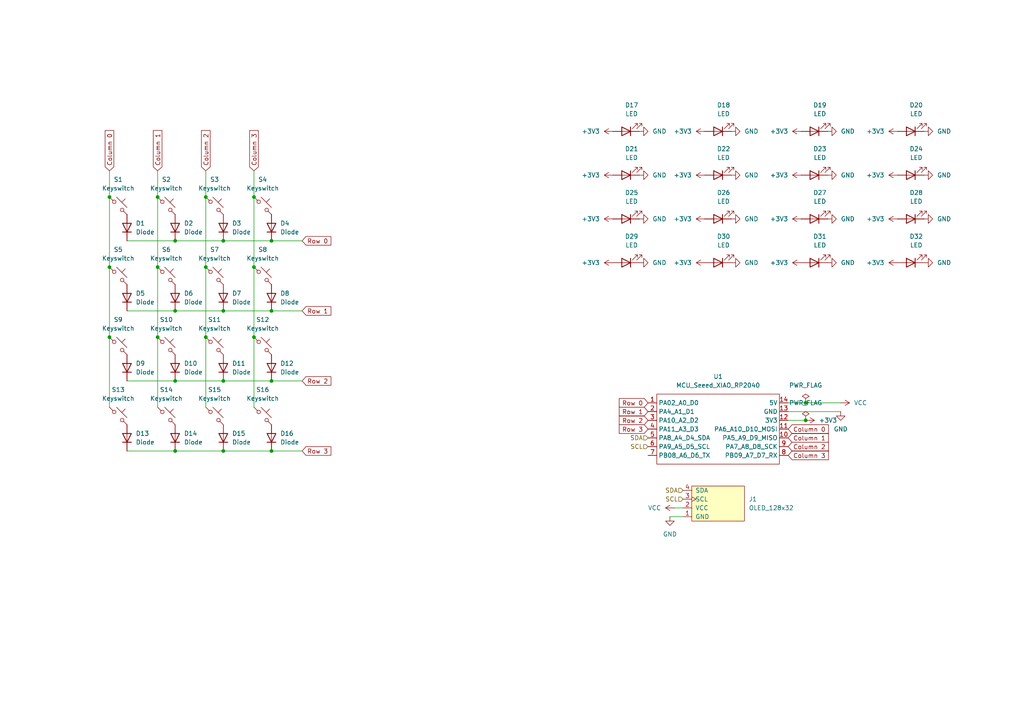
<source format=kicad_sch>
(kicad_sch (version 20231120) (generator "eeschema") (generator_version "8.0")
  (paper "A4")
  (lib_symbols
    (symbol "Device:LED" (pin_numbers hide) (pin_names (offset 1.016) hide)
      (property "Reference" "D" (at 0 2.54 0))
      (property "Value" "LED" (at 0 -2.54 0))
      (symbol "LED_0_1"
        (polyline (pts (xy -1.27 -1.27) (xy -1.27 1.27)) (stroke (width 0.254)))
        (polyline (pts (xy -1.27 0) (xy 1.27 0)))
        (polyline (pts (xy 1.27 -1.27) (xy 1.27 1.27) (xy -1.27 0) (xy 1.27 -1.27)) (stroke (width 0.254)))
        (polyline (pts (xy -3.048 -0.762) (xy -4.572 -2.286) (xy -3.81 -2.286) (xy -4.572 -2.286) (xy -4.572 -1.524)))
        (polyline (pts (xy -1.778 -0.762) (xy -3.302 -2.286) (xy -2.54 -2.286) (xy -3.302 -2.286) (xy -3.302 -1.524)))
      )
      (symbol "LED_1_1"
        (pin passive line (at -3.81 0 0) (length 2.54) (name "K") (number "1"))
        (pin passive line (at 3.81 0 180) (length 2.54) (name "A") (number "2"))
      )
    )
    (symbol "ScottoKeebs:MCU_Seeed_XIAO_RP2040"
      (property "Reference" "U" (at -16.51 11.43 0))
      (property "Value" "MCU_Seeed_XIAO_RP2040" (at -3.81 -11.43 0))
      (symbol "MCU_Seeed_XIAO_RP2040_0_1"
        (rectangle (start -16.51 10.16) (end 19.05 -10.16))
      )
      (symbol "MCU_Seeed_XIAO_RP2040_1_1"
        (pin passive line (at -19.05 7.62 0) (length 2.54) (name "PA02_A0_D0") (number "1"))
        (pin passive line (at 21.59 -2.54 180) (length 2.54) (name "PA5_A9_D9_MISO") (number "10"))
        (pin passive line (at 21.59 0 180) (length 2.54) (name "PA6_A10_D10_MOSI") (number "11"))
        (pin passive line (at 21.59 2.54 180) (length 2.54) (name "3V3") (number "12"))
        (pin passive line (at 21.59 5.08 180) (length 2.54) (name "GND") (number "13"))
        (pin passive line (at 21.59 7.62 180) (length 2.54) (name "5V") (number "14"))
        (pin passive line (at -19.05 5.08 0) (length 2.54) (name "PA4_A1_D1") (number "2"))
        (pin passive line (at -19.05 2.54 0) (length 2.54) (name "PA10_A2_D2") (number "3"))
        (pin passive line (at -19.05 0 0) (length 2.54) (name "PA11_A3_D3") (number "4"))
        (pin passive line (at -19.05 -2.54 0) (length 2.54) (name "PA8_A4_D4_SDA") (number "5"))
        (pin passive line (at -19.05 -5.08 0) (length 2.54) (name "PA9_A5_D5_SCL") (number "6"))
        (pin passive line (at -19.05 -7.62 0) (length 2.54) (name "PB08_A6_D6_TX") (number "7"))
        (pin passive line (at 21.59 -7.62 180) (length 2.54) (name "PB09_A7_D7_RX") (number "8"))
        (pin passive line (at 21.59 -5.08 180) (length 2.54) (name "PA7_A8_D8_SCK") (number "9"))
      )
    )
    (symbol "ScottoKeebs:OLED_128x32" (pin_names (offset 1.016))
      (property "Reference" "J" (at 0 -6.35 0))
      (property "Value" "OLED_128x32" (at 0 6.35 0))
      (symbol "OLED_128x32_0_1"
        (rectangle (start 0 5.08) (end 15.24 -5.08) (fill (type background)))
      )
      (symbol "OLED_128x32_1_1"
        (pin power_in line (at -2.54 -3.81 0) (length 2.54) (name "GND") (number "1"))
        (pin power_in line (at -2.54 -1.27 0) (length 2.54) (name "VCC") (number "2"))
        (pin input clock (at -2.54 1.27 0) (length 2.54) (name "SCL") (number "3"))
        (pin bidirectional line (at -2.54 3.81 0) (length 2.54) (name "SDA") (number "4"))
      )
    )
    (symbol "ScottoKeebs:Placeholder_Diode" (pin_numbers hide) (pin_names hide)
      (property "Reference" "D" (at 0 2.54 0))
      (property "Value" "Diode" (at 0 -2.54 0))
      (symbol "Placeholder_Diode_0_1"
        (polyline (pts (xy -1.27 1.27) (xy -1.27 -1.27)) (stroke (width 0.254)))
        (polyline (pts (xy 1.27 0) (xy -1.27 0)))
        (polyline (pts (xy 1.27 1.27) (xy 1.27 -1.27) (xy -1.27 0) (xy 1.27 1.27)) (stroke (width 0.254)))
      )
      (symbol "Placeholder_Diode_1_1"
        (pin passive line (at -3.81 0 0) (length 2.54) (name "K") (number "1"))
        (pin passive line (at 3.81 0 180) (length 2.54) (name "A") (number "2"))
      )
    )
    (symbol "ScottoKeebs:Placeholder_Keyswitch" (pin_numbers hide) (pin_names (offset 1.016) hide)
      (property "Reference" "S" (at 3.048 1.016 0))
      (property "Value" "Keyswitch" (at 0 -3.81 0))
      (symbol "Placeholder_Keyswitch_0_1"
        (circle (center -1.1684 1.1684) (radius 0.508))
        (polyline (pts (xy -0.508 2.54) (xy 2.54 -0.508)))
        (polyline (pts (xy 1.016 1.016) (xy 2.032 2.032)))
        (polyline (pts (xy -2.54 2.54) (xy -1.524 1.524) (xy -1.524 1.524)))
        (polyline (pts (xy 1.524 -1.524) (xy 2.54 -2.54) (xy 2.54 -2.54) (xy 2.54 -2.54)))
        (circle (center 1.143 -1.1938) (radius 0.508))
        (pin passive line (at -2.54 2.54 0) (length 0) (name "1") (number "1"))
        (pin passive line (at 2.54 -2.54 180) (length 0) (name "2") (number "2"))
      )
    )
    (symbol "power:+3V3" (power) (pin_numbers hide) (pin_names (offset 0) hide)
      (property "Value" "+3V3" (at 0 3.556 0))
      (symbol "+3V3_0_1"
        (polyline (pts (xy -0.762 1.27) (xy 0 2.54)))
        (polyline (pts (xy 0 0) (xy 0 2.54)))
        (polyline (pts (xy 0 2.54) (xy 0.762 1.27)))
      )
      (symbol "+3V3_1_1"
        (pin power_in line (at 0 0 90) (length 0) (name "~") (number "1"))
      )
    )
    (symbol "power:GND" (power) (pin_numbers hide) (pin_names (offset 0) hide)
      (property "Value" "GND" (at 0 -3.81 0))
      (symbol "GND_0_1"
        (polyline (pts (xy 0 0) (xy 0 -1.27) (xy 1.27 -1.27) (xy 0 -2.54) (xy -1.27 -1.27) (xy 0 -1.27)))
      )
      (symbol "GND_1_1"
        (pin power_in line (at 0 0 270) (length 0) (name "~") (number "1"))
      )
    )
    (symbol "power:PWR_FLAG" (power) (pin_numbers hide) (pin_names (offset 0) hide)
      (property "Value" "PWR_FLAG" (at 0 3.81 0))
      (symbol "PWR_FLAG_0_0"
        (pin power_out line (at 0 0 90) (length 0) (name "~") (number "1"))
      )
      (symbol "PWR_FLAG_0_1"
        (polyline (pts (xy 0 0) (xy 0 1.27) (xy -1.016 1.905) (xy 0 2.54) (xy 1.016 1.905) (xy 0 1.27)))
      )
    )
    (symbol "power:VCC" (power) (pin_numbers hide) (pin_names (offset 0) hide)
      (property "Value" "VCC" (at 0 3.556 0))
      (symbol "VCC_0_1"
        (polyline (pts (xy -0.762 1.27) (xy 0 2.54)))
        (polyline (pts (xy 0 0) (xy 0 2.54)))
        (polyline (pts (xy 0 2.54) (xy 0.762 1.27)))
      )
      (symbol "VCC_1_1"
        (pin power_in line (at 0 0 90) (length 0) (name "~") (number "1"))
      )
    )
  )
  (junction (at 73.66 77.47))
  (junction (at 59.69 57.15))
  (junction (at 64.77 130.81))
  (junction (at 50.8 110.49))
  (junction (at 31.75 97.79))
  (junction (at 73.66 57.15))
  (junction (at 50.8 90.17))
  (junction (at 233.68 116.84))
  (junction (at 64.77 110.49))
  (junction (at 233.68 121.92))
  (junction (at 31.75 77.47))
  (junction (at 45.72 97.79))
  (junction (at 59.69 97.79))
  (junction (at 64.77 90.17))
  (junction (at 31.75 57.15))
  (junction (at 78.74 69.85))
  (junction (at 50.8 130.81))
  (junction (at 78.74 90.17))
  (junction (at 45.72 57.15))
  (junction (at 73.66 97.79))
  (junction (at 78.74 110.49))
  (junction (at 64.77 69.85))
  (junction (at 59.69 77.47))
  (junction (at 78.74 130.81))
  (junction (at 45.72 77.47))
  (junction (at 50.8 69.85))
  (wire (pts (xy 233.68 121.92) (xy 228.6 121.92)))
  (wire (pts (xy 64.77 69.85) (xy 78.74 69.85)))
  (wire (pts (xy 73.66 97.79) (xy 73.66 118.11)))
  (wire (pts (xy 50.8 69.85) (xy 64.77 69.85)))
  (wire (pts (xy 59.69 77.47) (xy 59.69 97.79)))
  (wire (pts (xy 31.75 49.53) (xy 31.75 57.15)))
  (wire (pts (xy 195.58 147.32) (xy 198.12 147.32)))
  (wire (pts (xy 45.72 49.53) (xy 45.72 57.15)))
  (wire (pts (xy 64.77 90.17) (xy 78.74 90.17)))
  (wire (pts (xy 243.84 119.38) (xy 228.6 119.38)))
  (wire (pts (xy 45.72 97.79) (xy 45.72 118.11)))
  (wire (pts (xy 243.84 116.84) (xy 233.68 116.84)))
  (wire (pts (xy 36.83 90.17) (xy 50.8 90.17)))
  (wire (pts (xy 45.72 77.47) (xy 45.72 97.79)))
  (wire (pts (xy 194.31 149.86) (xy 198.12 149.86)))
  (wire (pts (xy 45.72 57.15) (xy 45.72 77.47)))
  (wire (pts (xy 50.8 130.81) (xy 64.77 130.81)))
  (wire (pts (xy 59.69 97.79) (xy 59.69 118.11)))
  (wire (pts (xy 36.83 110.49) (xy 50.8 110.49)))
  (wire (pts (xy 64.77 130.81) (xy 78.74 130.81)))
  (wire (pts (xy 73.66 57.15) (xy 73.66 77.47)))
  (wire (pts (xy 50.8 90.17) (xy 64.77 90.17)))
  (wire (pts (xy 36.83 69.85) (xy 50.8 69.85)))
  (wire (pts (xy 50.8 110.49) (xy 64.77 110.49)))
  (wire (pts (xy 64.77 110.49) (xy 78.74 110.49)))
  (wire (pts (xy 59.69 57.15) (xy 59.69 77.47)))
  (wire (pts (xy 31.75 57.15) (xy 31.75 77.47)))
  (wire (pts (xy 31.75 97.79) (xy 31.75 118.11)))
  (wire (pts (xy 87.63 90.17) (xy 78.74 90.17)))
  (wire (pts (xy 31.75 77.47) (xy 31.75 97.79)))
  (wire (pts (xy 233.68 116.84) (xy 228.6 116.84)))
  (wire (pts (xy 73.66 77.47) (xy 73.66 97.79)))
  (wire (pts (xy 59.69 49.53) (xy 59.69 57.15)))
  (wire (pts (xy 78.74 110.49) (xy 87.63 110.49)))
  (wire (pts (xy 36.83 130.81) (xy 50.8 130.81)))
  (wire (pts (xy 73.66 49.53) (xy 73.66 57.15)))
  (wire (pts (xy 78.74 69.85) (xy 87.63 69.85)))
  (wire (pts (xy 87.63 130.81) (xy 78.74 130.81)))
  (global_label "Column 0" (shape input) (at 228.6 124.46 0) (property "Intersheetrefs" "${INTERSHEET_REFS}" (effects (hide yes))))
  (global_label "Row 0" (shape input) (at 187.96 116.84 180) (property "Intersheetrefs" "${INTERSHEET_REFS}" (effects (hide yes))))
  (global_label "Column 3" (shape input) (at 73.66 49.53 90) (property "Intersheetrefs" "${INTERSHEET_REFS}" (effects (hide yes))))
  (global_label "Row 2" (shape input) (at 187.96 121.92 180) (property "Intersheetrefs" "${INTERSHEET_REFS}" (effects (hide yes))))
  (global_label "Column 0" (shape input) (at 31.75 49.53 90) (property "Intersheetrefs" "${INTERSHEET_REFS}" (effects (hide yes))))
  (global_label "Column 1" (shape input) (at 45.72 49.53 90) (property "Intersheetrefs" "${INTERSHEET_REFS}" (effects (hide yes))))
  (global_label "Column 2" (shape input) (at 59.69 49.53 90) (property "Intersheetrefs" "${INTERSHEET_REFS}" (effects (hide yes))))
  (global_label "Row 0" (shape input) (at 87.63 69.85 0) (property "Intersheetrefs" "${INTERSHEET_REFS}" (effects (hide yes))))
  (global_label "Row 2" (shape input) (at 87.63 110.49 0) (property "Intersheetrefs" "${INTERSHEET_REFS}" (effects (hide yes))))
  (global_label "Column 2" (shape input) (at 228.6 129.54 0) (property "Intersheetrefs" "${INTERSHEET_REFS}" (effects (hide yes))))
  (global_label "Row 3" (shape input) (at 87.63 130.81 0) (property "Intersheetrefs" "${INTERSHEET_REFS}" (effects (hide yes))))
  (global_label "Column 1" (shape input) (at 228.6 127 0) (property "Intersheetrefs" "${INTERSHEET_REFS}" (effects (hide yes))))
  (global_label "Row 3" (shape input) (at 187.96 124.46 180) (property "Intersheetrefs" "${INTERSHEET_REFS}" (effects (hide yes))))
  (global_label "Row 1" (shape input) (at 187.96 119.38 180) (property "Intersheetrefs" "${INTERSHEET_REFS}" (effects (hide yes))))
  (global_label "Row 1" (shape input) (at 87.63 90.17 0) (property "Intersheetrefs" "${INTERSHEET_REFS}" (effects (hide yes))))
  (global_label "Column 3" (shape input) (at 228.6 132.08 0) (property "Intersheetrefs" "${INTERSHEET_REFS}" (effects (hide yes))))
  (hierarchical_label "SCL" (shape input) (at 198.12 144.78 180))
  (hierarchical_label "SDA" (shape input) (at 187.96 127 180))
  (hierarchical_label "SCL" (shape input) (at 187.96 129.54 180))
  (hierarchical_label "SDA" (shape input) (at 198.12 142.24 180))
  (symbol (lib_id "power:GND") (at 212.09 76.2 90) (unit 1)
    (property "Reference" "#PWR033" (effects (hide yes)))
    (property "Value" "GND" (at 215.9 76.1999 90) (effects (justify right)))
    (property "Description" "Power symbol creates a global label with name \"GND\" , ground" (effects (hide yes)))
  )
  (symbol (lib_id "ScottoKeebs:Placeholder_Diode") (at 50.8 106.68 90) (unit 1)
    (property "Reference" "D10" (at 53.34 105.4099 90) (effects (justify right)))
    (property "Value" "Diode" (at 53.34 107.9499 90) (effects (justify right)))
    (property "Footprint" "ScottoKeebs_Components:Diode_DO-35" (effects (hide yes)))
    (property "Description" "1N4148 (DO-35) or 1N4148W (SOD-123)" (effects (hide yes)))
    (property "Sim.Device" "D" (effects (hide yes)))
    (property "Sim.Pins" "1=K 2=A" (effects (hide yes)))
  )
  (symbol (lib_id "ScottoKeebs:Placeholder_Keyswitch") (at 62.23 100.33 0) (unit 1)
    (property "Reference" "S11" (at 62.23 92.71 0))
    (property "Value" "Keyswitch" (at 62.23 95.25 0))
    (property "Footprint" "ScottoKeebs_MX:MX_Plate_1.00u" (effects (hide yes)))
    (property "Description" "Push button switch, normally open, two pins, 45° tilted" (effects (hide yes)))
  )
  (symbol (lib_id "ScottoKeebs:Placeholder_Diode") (at 36.83 127 90) (unit 1)
    (property "Reference" "D13" (at 39.37 125.7299 90) (effects (justify right)))
    (property "Value" "Diode" (at 39.37 128.2699 90) (effects (justify right)))
    (property "Footprint" "ScottoKeebs_Components:Diode_DO-35" (effects (hide yes)))
    (property "Description" "1N4148 (DO-35) or 1N4148W (SOD-123)" (effects (hide yes)))
    (property "Sim.Device" "D" (effects (hide yes)))
    (property "Sim.Pins" "1=K 2=A" (effects (hide yes)))
  )
  (symbol (lib_id "power:+3V3") (at 232.41 38.1 90) (unit 1)
    (property "Reference" "#PWR010" (effects (hide yes)))
    (property "Value" "+3V3" (at 228.6 38.0999 90) (effects (justify left)))
    (property "Description" "Power symbol creates a global label with name \"+3V3\"" (effects (hide yes)))
  )
  (symbol (lib_id "ScottoKeebs:Placeholder_Diode") (at 78.74 106.68 90) (unit 1)
    (property "Reference" "D12" (at 81.28 105.4099 90) (effects (justify right)))
    (property "Value" "Diode" (at 81.28 107.9499 90) (effects (justify right)))
    (property "Footprint" "ScottoKeebs_Components:Diode_DO-35" (effects (hide yes)))
    (property "Description" "1N4148 (DO-35) or 1N4148W (SOD-123)" (effects (hide yes)))
    (property "Sim.Device" "D" (effects (hide yes)))
    (property "Sim.Pins" "1=K 2=A" (effects (hide yes)))
  )
  (symbol (lib_id "power:+3V3") (at 233.68 121.92 270) (unit 1)
    (property "Reference" "#PWR05" (effects (hide yes)))
    (property "Value" "+3V3" (at 237.49 121.9199 90) (effects (justify left)))
    (property "Description" "Power symbol creates a global label with name \"+3V3\"" (effects (hide yes)))
  )
  (symbol (lib_id "ScottoKeebs:Placeholder_Keyswitch") (at 48.26 80.01 0) (unit 1)
    (property "Reference" "S6" (at 48.26 72.39 0))
    (property "Value" "Keyswitch" (at 48.26 74.93 0))
    (property "Footprint" "ScottoKeebs_MX:MX_Plate_1.00u" (effects (hide yes)))
    (property "Description" "Push button switch, normally open, two pins, 45° tilted" (effects (hide yes)))
  )
  (symbol (lib_id "Device:LED") (at 181.61 50.8 180) (unit 1)
    (property "Reference" "D21" (at 183.1975 43.18 0))
    (property "Value" "LED" (at 183.1975 45.72 0))
    (property "Footprint" "PCM_marbastlib-mx:LED_MX_3mm-ROT" (effects (hide yes)))
    (property "Description" "Light emitting diode" (effects (hide yes)))
  )
  (symbol (lib_id "power:GND") (at 185.42 38.1 90) (unit 1)
    (property "Reference" "#PWR07" (effects (hide yes)))
    (property "Value" "GND" (at 189.23 38.0999 90) (effects (justify right)))
    (property "Description" "Power symbol creates a global label with name \"GND\" , ground" (effects (hide yes)))
  )
  (symbol (lib_id "power:+3V3") (at 177.8 38.1 90) (unit 1)
    (property "Reference" "#PWR06" (effects (hide yes)))
    (property "Value" "+3V3" (at 173.99 38.0999 90) (effects (justify left)))
    (property "Description" "Power symbol creates a global label with name \"+3V3\"" (effects (hide yes)))
  )
  (symbol (lib_id "ScottoKeebs:Placeholder_Keyswitch") (at 62.23 120.65 0) (unit 1)
    (property "Reference" "S15" (at 62.23 113.03 0))
    (property "Value" "Keyswitch" (at 62.23 115.57 0))
    (property "Footprint" "ScottoKeebs_MX:MX_Plate_1.00u" (effects (hide yes)))
    (property "Description" "Push button switch, normally open, two pins, 45° tilted" (effects (hide yes)))
  )
  (symbol (lib_id "ScottoKeebs:Placeholder_Diode") (at 64.77 86.36 90) (unit 1)
    (property "Reference" "D7" (at 67.31 85.0899 90) (effects (justify right)))
    (property "Value" "Diode" (at 67.31 87.6299 90) (effects (justify right)))
    (property "Footprint" "ScottoKeebs_Components:Diode_DO-35" (effects (hide yes)))
    (property "Description" "1N4148 (DO-35) or 1N4148W (SOD-123)" (effects (hide yes)))
    (property "Sim.Device" "D" (effects (hide yes)))
    (property "Sim.Pins" "1=K 2=A" (effects (hide yes)))
  )
  (symbol (lib_id "power:VCC") (at 243.84 116.84 270) (unit 1)
    (property "Reference" "#PWR02" (effects (hide yes)))
    (property "Value" "VCC" (at 247.65 116.8399 90) (effects (justify left)))
    (property "Description" "Power symbol creates a global label with name \"VCC\"" (effects (hide yes)))
  )
  (symbol (lib_id "Device:LED") (at 264.16 63.5 180) (unit 1)
    (property "Reference" "D28" (at 265.7475 55.88 0))
    (property "Value" "LED" (at 265.7475 58.42 0))
    (property "Footprint" "PCM_marbastlib-mx:LED_MX_3mm-ROT" (effects (hide yes)))
    (property "Description" "Light emitting diode" (effects (hide yes)))
  )
  (symbol (lib_id "Device:LED") (at 236.22 38.1 180) (unit 1)
    (property "Reference" "D19" (at 237.8075 30.48 0))
    (property "Value" "LED" (at 237.8075 33.02 0))
    (property "Footprint" "PCM_marbastlib-mx:LED_MX_3mm-ROT" (effects (hide yes)))
    (property "Description" "Light emitting diode" (effects (hide yes)))
  )
  (symbol (lib_id "ScottoKeebs:Placeholder_Keyswitch") (at 48.26 120.65 0) (unit 1)
    (property "Reference" "S14" (at 48.26 113.03 0))
    (property "Value" "Keyswitch" (at 48.26 115.57 0))
    (property "Footprint" "ScottoKeebs_MX:MX_Plate_1.00u" (effects (hide yes)))
    (property "Description" "Push button switch, normally open, two pins, 45° tilted" (effects (hide yes)))
  )
  (symbol (lib_id "ScottoKeebs:Placeholder_Keyswitch") (at 62.23 80.01 0) (unit 1)
    (property "Reference" "S7" (at 62.23 72.39 0))
    (property "Value" "Keyswitch" (at 62.23 74.93 0))
    (property "Footprint" "ScottoKeebs_MX:MX_Plate_1.00u" (effects (hide yes)))
    (property "Description" "Push button switch, normally open, two pins, 45° tilted" (effects (hide yes)))
  )
  (symbol (lib_id "power:GND") (at 267.97 38.1 90) (unit 1)
    (property "Reference" "#PWR013" (effects (hide yes)))
    (property "Value" "GND" (at 271.78 38.0999 90) (effects (justify right)))
    (property "Description" "Power symbol creates a global label with name \"GND\" , ground" (effects (hide yes)))
  )
  (symbol (lib_id "power:GND") (at 240.03 38.1 90) (unit 1)
    (property "Reference" "#PWR011" (effects (hide yes)))
    (property "Value" "GND" (at 243.84 38.0999 90) (effects (justify right)))
    (property "Description" "Power symbol creates a global label with name \"GND\" , ground" (effects (hide yes)))
  )
  (symbol (lib_id "ScottoKeebs:Placeholder_Diode") (at 50.8 66.04 90) (unit 1)
    (property "Reference" "D2" (at 53.34 64.7699 90) (effects (justify right)))
    (property "Value" "Diode" (at 53.34 67.3099 90) (effects (justify right)))
    (property "Footprint" "ScottoKeebs_Components:Diode_DO-35" (effects (hide yes)))
    (property "Description" "1N4148 (DO-35) or 1N4148W (SOD-123)" (effects (hide yes)))
    (property "Sim.Device" "D" (effects (hide yes)))
    (property "Sim.Pins" "1=K 2=A" (effects (hide yes)))
  )
  (symbol (lib_id "ScottoKeebs:Placeholder_Keyswitch") (at 34.29 80.01 0) (unit 1)
    (property "Reference" "S5" (at 34.29 72.39 0))
    (property "Value" "Keyswitch" (at 34.29 74.93 0))
    (property "Footprint" "ScottoKeebs_MX:MX_Plate_1.00u" (effects (hide yes)))
    (property "Description" "Push button switch, normally open, two pins, 45° tilted" (effects (hide yes)))
  )
  (symbol (lib_id "ScottoKeebs:Placeholder_Keyswitch") (at 76.2 120.65 0) (unit 1)
    (property "Reference" "S16" (at 76.2 113.03 0))
    (property "Value" "Keyswitch" (at 76.2 115.57 0))
    (property "Footprint" "ScottoKeebs_MX:MX_Plate_1.00u" (effects (hide yes)))
    (property "Description" "Push button switch, normally open, two pins, 45° tilted" (effects (hide yes)))
  )
  (symbol (lib_id "Device:LED") (at 264.16 38.1 180) (unit 1)
    (property "Reference" "D20" (at 265.7475 30.48 0))
    (property "Value" "LED" (at 265.7475 33.02 0))
    (property "Footprint" "PCM_marbastlib-mx:LED_MX_3mm-ROT" (effects (hide yes)))
    (property "Description" "Light emitting diode" (effects (hide yes)))
  )
  (symbol (lib_id "power:+3V3") (at 204.47 50.8 90) (unit 1)
    (property "Reference" "#PWR016" (effects (hide yes)))
    (property "Value" "+3V3" (at 200.66 50.7999 90) (effects (justify left)))
    (property "Description" "Power symbol creates a global label with name \"+3V3\"" (effects (hide yes)))
  )
  (symbol (lib_id "power:GND") (at 240.03 63.5 90) (unit 1)
    (property "Reference" "#PWR027" (effects (hide yes)))
    (property "Value" "GND" (at 243.84 63.4999 90) (effects (justify right)))
    (property "Description" "Power symbol creates a global label with name \"GND\" , ground" (effects (hide yes)))
  )
  (symbol (lib_id "power:GND") (at 212.09 63.5 90) (unit 1)
    (property "Reference" "#PWR025" (effects (hide yes)))
    (property "Value" "GND" (at 215.9 63.4999 90) (effects (justify right)))
    (property "Description" "Power symbol creates a global label with name \"GND\" , ground" (effects (hide yes)))
  )
  (symbol (lib_id "ScottoKeebs:Placeholder_Diode") (at 36.83 66.04 90) (unit 1)
    (property "Reference" "D1" (at 39.37 64.7699 90) (effects (justify right)))
    (property "Value" "Diode" (at 39.37 67.3099 90) (effects (justify right)))
    (property "Footprint" "ScottoKeebs_Components:Diode_DO-35" (effects (hide yes)))
    (property "Description" "1N4148 (DO-35) or 1N4148W (SOD-123)" (effects (hide yes)))
    (property "Sim.Device" "D" (effects (hide yes)))
    (property "Sim.Pins" "1=K 2=A" (effects (hide yes)))
  )
  (symbol (lib_id "Device:LED") (at 208.28 76.2 180) (unit 1)
    (property "Reference" "D30" (at 209.8675 68.58 0))
    (property "Value" "LED" (at 209.8675 71.12 0))
    (property "Footprint" "PCM_marbastlib-mx:LED_MX_3mm-ROT" (effects (hide yes)))
    (property "Description" "Light emitting diode" (effects (hide yes)))
  )
  (symbol (lib_id "ScottoKeebs:Placeholder_Diode") (at 50.8 86.36 90) (unit 1)
    (property "Reference" "D6" (at 53.34 85.0899 90) (effects (justify right)))
    (property "Value" "Diode" (at 53.34 87.6299 90) (effects (justify right)))
    (property "Footprint" "ScottoKeebs_Components:Diode_DO-35" (effects (hide yes)))
    (property "Description" "1N4148 (DO-35) or 1N4148W (SOD-123)" (effects (hide yes)))
    (property "Sim.Device" "D" (effects (hide yes)))
    (property "Sim.Pins" "1=K 2=A" (effects (hide yes)))
  )
  (symbol (lib_id "power:GND") (at 185.42 63.5 90) (unit 1)
    (property "Reference" "#PWR023" (effects (hide yes)))
    (property "Value" "GND" (at 189.23 63.4999 90) (effects (justify right)))
    (property "Description" "Power symbol creates a global label with name \"GND\" , ground" (effects (hide yes)))
  )
  (symbol (lib_id "ScottoKeebs:Placeholder_Diode") (at 64.77 106.68 90) (unit 1)
    (property "Reference" "D11" (at 67.31 105.4099 90) (effects (justify right)))
    (property "Value" "Diode" (at 67.31 107.9499 90) (effects (justify right)))
    (property "Footprint" "ScottoKeebs_Components:Diode_DO-35" (effects (hide yes)))
    (property "Description" "1N4148 (DO-35) or 1N4148W (SOD-123)" (effects (hide yes)))
    (property "Sim.Device" "D" (effects (hide yes)))
    (property "Sim.Pins" "1=K 2=A" (effects (hide yes)))
  )
  (symbol (lib_id "power:+3V3") (at 232.41 50.8 90) (unit 1)
    (property "Reference" "#PWR018" (effects (hide yes)))
    (property "Value" "+3V3" (at 228.6 50.7999 90) (effects (justify left)))
    (property "Description" "Power symbol creates a global label with name \"+3V3\"" (effects (hide yes)))
  )
  (symbol (lib_id "power:+3V3") (at 177.8 50.8 90) (unit 1)
    (property "Reference" "#PWR014" (effects (hide yes)))
    (property "Value" "+3V3" (at 173.99 50.7999 90) (effects (justify left)))
    (property "Description" "Power symbol creates a global label with name \"+3V3\"" (effects (hide yes)))
  )
  (symbol (lib_id "power:GND") (at 267.97 76.2 90) (unit 1)
    (property "Reference" "#PWR037" (effects (hide yes)))
    (property "Value" "GND" (at 271.78 76.1999 90) (effects (justify right)))
    (property "Description" "Power symbol creates a global label with name \"GND\" , ground" (effects (hide yes)))
  )
  (symbol (lib_id "power:GND") (at 240.03 50.8 90) (unit 1)
    (property "Reference" "#PWR019" (effects (hide yes)))
    (property "Value" "GND" (at 243.84 50.7999 90) (effects (justify right)))
    (property "Description" "Power symbol creates a global label with name \"GND\" , ground" (effects (hide yes)))
  )
  (symbol (lib_id "ScottoKeebs:Placeholder_Keyswitch") (at 76.2 59.69 0) (unit 1)
    (property "Reference" "S4" (at 76.2 52.07 0))
    (property "Value" "Keyswitch" (at 76.2 54.61 0))
    (property "Footprint" "ScottoKeebs_MX:MX_Plate_1.00u" (effects (hide yes)))
    (property "Description" "Push button switch, normally open, two pins, 45° tilted" (effects (hide yes)))
  )
  (symbol (lib_id "Device:LED") (at 181.61 63.5 180) (unit 1)
    (property "Reference" "D25" (at 183.1975 55.88 0))
    (property "Value" "LED" (at 183.1975 58.42 0))
    (property "Footprint" "PCM_marbastlib-mx:LED_MX_3mm-ROT" (effects (hide yes)))
    (property "Description" "Light emitting diode" (effects (hide yes)))
  )
  (symbol (lib_id "power:+3V3") (at 260.35 76.2 90) (unit 1)
    (property "Reference" "#PWR036" (effects (hide yes)))
    (property "Value" "+3V3" (at 256.54 76.1999 90) (effects (justify left)))
    (property "Description" "Power symbol creates a global label with name \"+3V3\"" (effects (hide yes)))
  )
  (symbol (lib_id "ScottoKeebs:Placeholder_Diode") (at 50.8 127 90) (unit 1)
    (property "Reference" "D14" (at 53.34 125.7299 90) (effects (justify right)))
    (property "Value" "Diode" (at 53.34 128.2699 90) (effects (justify right)))
    (property "Footprint" "ScottoKeebs_Components:Diode_DO-35" (effects (hide yes)))
    (property "Description" "1N4148 (DO-35) or 1N4148W (SOD-123)" (effects (hide yes)))
    (property "Sim.Device" "D" (effects (hide yes)))
    (property "Sim.Pins" "1=K 2=A" (effects (hide yes)))
  )
  (symbol (lib_id "Device:LED") (at 264.16 76.2 180) (unit 1)
    (property "Reference" "D32" (at 265.7475 68.58 0))
    (property "Value" "LED" (at 265.7475 71.12 0))
    (property "Footprint" "PCM_marbastlib-mx:LED_MX_3mm-ROT" (effects (hide yes)))
    (property "Description" "Light emitting diode" (effects (hide yes)))
  )
  (symbol (lib_id "ScottoKeebs:Placeholder_Keyswitch") (at 48.26 100.33 0) (unit 1)
    (property "Reference" "S10" (at 48.26 92.71 0))
    (property "Value" "Keyswitch" (at 48.26 95.25 0))
    (property "Footprint" "ScottoKeebs_MX:MX_Plate_1.00u" (effects (hide yes)))
    (property "Description" "Push button switch, normally open, two pins, 45° tilted" (effects (hide yes)))
  )
  (symbol (lib_id "power:PWR_FLAG") (at 233.68 121.92 0) (unit 1)
    (property "Reference" "#FLG02" (effects (hide yes)))
    (property "Value" "PWR_FLAG" (at 233.68 116.84 0))
    (property "Description" "Special symbol for telling ERC where power comes from" (effects (hide yes)))
  )
  (symbol (lib_id "Device:LED") (at 208.28 63.5 180) (unit 1)
    (property "Reference" "D26" (at 209.8675 55.88 0))
    (property "Value" "LED" (at 209.8675 58.42 0))
    (property "Footprint" "PCM_marbastlib-mx:LED_MX_3mm-ROT" (effects (hide yes)))
    (property "Description" "Light emitting diode" (effects (hide yes)))
  )
  (symbol (lib_id "power:+3V3") (at 260.35 38.1 90) (unit 1)
    (property "Reference" "#PWR012" (effects (hide yes)))
    (property "Value" "+3V3" (at 256.54 38.0999 90) (effects (justify left)))
    (property "Description" "Power symbol creates a global label with name \"+3V3\"" (effects (hide yes)))
  )
  (symbol (lib_id "power:VCC") (at 195.58 147.32 90) (unit 1)
    (property "Reference" "#PWR03" (effects (hide yes)))
    (property "Value" "VCC" (at 191.77 147.3199 90) (effects (justify left)))
    (property "Description" "Power symbol creates a global label with name \"VCC\"" (effects (hide yes)))
  )
  (symbol (lib_id "ScottoKeebs:Placeholder_Keyswitch") (at 76.2 100.33 0) (unit 1)
    (property "Reference" "S12" (at 76.2 92.71 0))
    (property "Value" "Keyswitch" (at 76.2 95.25 0))
    (property "Footprint" "ScottoKeebs_MX:MX_Plate_1.00u" (effects (hide yes)))
    (property "Description" "Push button switch, normally open, two pins, 45° tilted" (effects (hide yes)))
  )
  (symbol (lib_id "power:GND") (at 243.84 119.38 0) (unit 1)
    (property "Reference" "#PWR01" (effects (hide yes)))
    (property "Value" "GND" (at 243.84 124.46 0))
    (property "Description" "Power symbol creates a global label with name \"GND\" , ground" (effects (hide yes)))
  )
  (symbol (lib_id "ScottoKeebs:Placeholder_Keyswitch") (at 48.26 59.69 0) (unit 1)
    (property "Reference" "S2" (at 48.26 52.07 0))
    (property "Value" "Keyswitch" (at 48.26 54.61 0))
    (property "Footprint" "ScottoKeebs_MX:MX_Plate_1.00u" (effects (hide yes)))
    (property "Description" "Push button switch, normally open, two pins, 45° tilted" (effects (hide yes)))
  )
  (symbol (lib_id "ScottoKeebs:Placeholder_Keyswitch") (at 34.29 120.65 0) (unit 1)
    (property "Reference" "S13" (at 34.29 113.03 0))
    (property "Value" "Keyswitch" (at 34.29 115.57 0))
    (property "Footprint" "ScottoKeebs_MX:MX_Plate_1.00u" (effects (hide yes)))
    (property "Description" "Push button switch, normally open, two pins, 45° tilted" (effects (hide yes)))
  )
  (symbol (lib_id "power:PWR_FLAG") (at 233.68 116.84 0) (unit 1)
    (property "Reference" "#FLG01" (effects (hide yes)))
    (property "Value" "PWR_FLAG" (at 233.68 111.76 0))
    (property "Description" "Special symbol for telling ERC where power comes from" (effects (hide yes)))
  )
  (symbol (lib_id "Device:LED") (at 181.61 38.1 180) (unit 1)
    (property "Reference" "D17" (at 183.1975 30.48 0))
    (property "Value" "LED" (at 183.1975 33.02 0))
    (property "Footprint" "PCM_marbastlib-mx:LED_MX_3mm-ROT" (effects (hide yes)))
    (property "Description" "Light emitting diode" (effects (hide yes)))
  )
  (symbol (lib_id "ScottoKeebs:Placeholder_Diode") (at 36.83 106.68 90) (unit 1)
    (property "Reference" "D9" (at 39.37 105.4099 90) (effects (justify right)))
    (property "Value" "Diode" (at 39.37 107.9499 90) (effects (justify right)))
    (property "Footprint" "ScottoKeebs_Components:Diode_DO-35" (effects (hide yes)))
    (property "Description" "1N4148 (DO-35) or 1N4148W (SOD-123)" (effects (hide yes)))
    (property "Sim.Device" "D" (effects (hide yes)))
    (property "Sim.Pins" "1=K 2=A" (effects (hide yes)))
  )
  (symbol (lib_id "ScottoKeebs:Placeholder_Keyswitch") (at 62.23 59.69 0) (unit 1)
    (property "Reference" "S3" (at 62.23 52.07 0))
    (property "Value" "Keyswitch" (at 62.23 54.61 0))
    (property "Footprint" "ScottoKeebs_MX:MX_Plate_1.00u" (effects (hide yes)))
    (property "Description" "Push button switch, normally open, two pins, 45° tilted" (effects (hide yes)))
  )
  (symbol (lib_id "power:GND") (at 267.97 50.8 90) (unit 1)
    (property "Reference" "#PWR021" (effects (hide yes)))
    (property "Value" "GND" (at 271.78 50.7999 90) (effects (justify right)))
    (property "Description" "Power symbol creates a global label with name \"GND\" , ground" (effects (hide yes)))
  )
  (symbol (lib_id "Device:LED") (at 264.16 50.8 180) (unit 1)
    (property "Reference" "D24" (at 265.7475 43.18 0))
    (property "Value" "LED" (at 265.7475 45.72 0))
    (property "Footprint" "PCM_marbastlib-mx:LED_MX_3mm-ROT" (effects (hide yes)))
    (property "Description" "Light emitting diode" (effects (hide yes)))
  )
  (symbol (lib_id "power:+3V3") (at 232.41 76.2 90) (unit 1)
    (property "Reference" "#PWR034" (effects (hide yes)))
    (property "Value" "+3V3" (at 228.6 76.1999 90) (effects (justify left)))
    (property "Description" "Power symbol creates a global label with name \"+3V3\"" (effects (hide yes)))
  )
  (symbol (lib_id "Device:LED") (at 236.22 63.5 180) (unit 1)
    (property "Reference" "D27" (at 237.8075 55.88 0))
    (property "Value" "LED" (at 237.8075 58.42 0))
    (property "Footprint" "PCM_marbastlib-mx:LED_MX_3mm-ROT" (effects (hide yes)))
    (property "Description" "Light emitting diode" (effects (hide yes)))
  )
  (symbol (lib_id "power:+3V3") (at 204.47 76.2 90) (unit 1)
    (property "Reference" "#PWR032" (effects (hide yes)))
    (property "Value" "+3V3" (at 200.66 76.1999 90) (effects (justify left)))
    (property "Description" "Power symbol creates a global label with name \"+3V3\"" (effects (hide yes)))
  )
  (symbol (lib_id "ScottoKeebs:Placeholder_Keyswitch") (at 34.29 100.33 0) (unit 1)
    (property "Reference" "S9" (at 34.29 92.71 0))
    (property "Value" "Keyswitch" (at 34.29 95.25 0))
    (property "Footprint" "ScottoKeebs_MX:MX_Plate_1.00u" (effects (hide yes)))
    (property "Description" "Push button switch, normally open, two pins, 45° tilted" (effects (hide yes)))
  )
  (symbol (lib_id "Device:LED") (at 208.28 38.1 180) (unit 1)
    (property "Reference" "D18" (at 209.8675 30.48 0))
    (property "Value" "LED" (at 209.8675 33.02 0))
    (property "Footprint" "PCM_marbastlib-mx:LED_MX_3mm-ROT" (effects (hide yes)))
    (property "Description" "Light emitting diode" (effects (hide yes)))
  )
  (symbol (lib_id "power:GND") (at 212.09 38.1 90) (unit 1)
    (property "Reference" "#PWR09" (effects (hide yes)))
    (property "Value" "GND" (at 215.9 38.0999 90) (effects (justify right)))
    (property "Description" "Power symbol creates a global label with name \"GND\" , ground" (effects (hide yes)))
  )
  (symbol (lib_id "power:GND") (at 185.42 50.8 90) (unit 1)
    (property "Reference" "#PWR015" (effects (hide yes)))
    (property "Value" "GND" (at 189.23 50.7999 90) (effects (justify right)))
    (property "Description" "Power symbol creates a global label with name \"GND\" , ground" (effects (hide yes)))
  )
  (symbol (lib_id "ScottoKeebs:Placeholder_Keyswitch") (at 76.2 80.01 0) (unit 1)
    (property "Reference" "S8" (at 76.2 72.39 0))
    (property "Value" "Keyswitch" (at 76.2 74.93 0))
    (property "Footprint" "ScottoKeebs_MX:MX_Plate_1.00u" (effects (hide yes)))
    (property "Description" "Push button switch, normally open, two pins, 45° tilted" (effects (hide yes)))
  )
  (symbol (lib_id "power:+3V3") (at 204.47 63.5 90) (unit 1)
    (property "Reference" "#PWR024" (effects (hide yes)))
    (property "Value" "+3V3" (at 200.66 63.4999 90) (effects (justify left)))
    (property "Description" "Power symbol creates a global label with name \"+3V3\"" (effects (hide yes)))
  )
  (symbol (lib_id "Device:LED") (at 236.22 76.2 180) (unit 1)
    (property "Reference" "D31" (at 237.8075 68.58 0))
    (property "Value" "LED" (at 237.8075 71.12 0))
    (property "Footprint" "PCM_marbastlib-mx:LED_MX_3mm-ROT" (effects (hide yes)))
    (property "Description" "Light emitting diode" (effects (hide yes)))
  )
  (symbol (lib_id "power:GND") (at 267.97 63.5 90) (unit 1)
    (property "Reference" "#PWR029" (effects (hide yes)))
    (property "Value" "GND" (at 271.78 63.4999 90) (effects (justify right)))
    (property "Description" "Power symbol creates a global label with name \"GND\" , ground" (effects (hide yes)))
  )
  (symbol (lib_id "Device:LED") (at 208.28 50.8 180) (unit 1)
    (property "Reference" "D22" (at 209.8675 43.18 0))
    (property "Value" "LED" (at 209.8675 45.72 0))
    (property "Footprint" "PCM_marbastlib-mx:LED_MX_3mm-ROT" (effects (hide yes)))
    (property "Description" "Light emitting diode" (effects (hide yes)))
  )
  (symbol (lib_id "ScottoKeebs:Placeholder_Diode") (at 64.77 66.04 90) (unit 1)
    (property "Reference" "D3" (at 67.31 64.7699 90) (effects (justify right)))
    (property "Value" "Diode" (at 67.31 67.3099 90) (effects (justify right)))
    (property "Footprint" "ScottoKeebs_Components:Diode_DO-35" (effects (hide yes)))
    (property "Description" "1N4148 (DO-35) or 1N4148W (SOD-123)" (effects (hide yes)))
    (property "Sim.Device" "D" (effects (hide yes)))
    (property "Sim.Pins" "1=K 2=A" (effects (hide yes)))
  )
  (symbol (lib_id "power:+3V3") (at 260.35 50.8 90) (unit 1)
    (property "Reference" "#PWR020" (effects (hide yes)))
    (property "Value" "+3V3" (at 256.54 50.7999 90) (effects (justify left)))
    (property "Description" "Power symbol creates a global label with name \"+3V3\"" (effects (hide yes)))
  )
  (symbol (lib_id "power:+3V3") (at 260.35 63.5 90) (unit 1)
    (property "Reference" "#PWR028" (effects (hide yes)))
    (property "Value" "+3V3" (at 256.54 63.4999 90) (effects (justify left)))
    (property "Description" "Power symbol creates a global label with name \"+3V3\"" (effects (hide yes)))
  )
  (symbol (lib_id "ScottoKeebs:Placeholder_Diode") (at 64.77 127 90) (unit 1)
    (property "Reference" "D15" (at 67.31 125.7299 90) (effects (justify right)))
    (property "Value" "Diode" (at 67.31 128.2699 90) (effects (justify right)))
    (property "Footprint" "ScottoKeebs_Components:Diode_DO-35" (effects (hide yes)))
    (property "Description" "1N4148 (DO-35) or 1N4148W (SOD-123)" (effects (hide yes)))
    (property "Sim.Device" "D" (effects (hide yes)))
    (property "Sim.Pins" "1=K 2=A" (effects (hide yes)))
  )
  (symbol (lib_id "ScottoKeebs:Placeholder_Diode") (at 78.74 86.36 90) (unit 1)
    (property "Reference" "D8" (at 81.28 85.0899 90) (effects (justify right)))
    (property "Value" "Diode" (at 81.28 87.6299 90) (effects (justify right)))
    (property "Footprint" "ScottoKeebs_Components:Diode_DO-35" (effects (hide yes)))
    (property "Description" "1N4148 (DO-35) or 1N4148W (SOD-123)" (effects (hide yes)))
    (property "Sim.Device" "D" (effects (hide yes)))
    (property "Sim.Pins" "1=K 2=A" (effects (hide yes)))
  )
  (symbol (lib_id "Device:LED") (at 181.61 76.2 180) (unit 1)
    (property "Reference" "D29" (at 183.1975 68.58 0))
    (property "Value" "LED" (at 183.1975 71.12 0))
    (property "Footprint" "PCM_marbastlib-mx:LED_MX_3mm-ROT" (effects (hide yes)))
    (property "Description" "Light emitting diode" (effects (hide yes)))
  )
  (symbol (lib_id "ScottoKeebs:Placeholder_Diode") (at 78.74 127 90) (unit 1)
    (property "Reference" "D16" (at 81.28 125.7299 90) (effects (justify right)))
    (property "Value" "Diode" (at 81.28 128.2699 90) (effects (justify right)))
    (property "Footprint" "ScottoKeebs_Components:Diode_DO-35" (effects (hide yes)))
    (property "Description" "1N4148 (DO-35) or 1N4148W (SOD-123)" (effects (hide yes)))
    (property "Sim.Device" "D" (effects (hide yes)))
    (property "Sim.Pins" "1=K 2=A" (effects (hide yes)))
  )
  (symbol (lib_id "ScottoKeebs:MCU_Seeed_XIAO_RP2040") (at 207.01 124.46 0) (unit 1)
    (property "Reference" "U1" (at 208.28 109.22 0))
    (property "Value" "MCU_Seeed_XIAO_RP2040" (at 208.28 111.76 0))
    (property "Footprint" "ScottoKeebs_MCU:Seeed_XIAO_RP2040" (effects (hide yes)))
  )
  (symbol (lib_id "Device:LED") (at 236.22 50.8 180) (unit 1)
    (property "Reference" "D23" (at 237.8075 43.18 0))
    (property "Value" "LED" (at 237.8075 45.72 0))
    (property "Footprint" "PCM_marbastlib-mx:LED_MX_3mm-ROT" (effects (hide yes)))
    (property "Description" "Light emitting diode" (effects (hide yes)))
  )
  (symbol (lib_id "ScottoKeebs:OLED_128x32") (at 200.66 146.05 0) (unit 1)
    (property "Reference" "J1" (at 217.17 144.7799 0) (effects (justify left)))
    (property "Value" "OLED_128x32" (at 217.17 147.3199 0) (effects (justify left)))
    (property "Footprint" "ScottoKeebs_Components:OLED_128x32" (effects (hide yes)))
  )
  (symbol (lib_id "power:+3V3") (at 177.8 76.2 90) (unit 1)
    (property "Reference" "#PWR030" (effects (hide yes)))
    (property "Value" "+3V3" (at 173.99 76.1999 90) (effects (justify left)))
    (property "Description" "Power symbol creates a global label with name \"+3V3\"" (effects (hide yes)))
  )
  (symbol (lib_id "power:GND") (at 194.31 149.86 0) (unit 1)
    (property "Reference" "#PWR04" (effects (hide yes)))
    (property "Value" "GND" (at 194.31 154.94 0))
    (property "Description" "Power symbol creates a global label with name \"GND\" , ground" (effects (hide yes)))
  )
  (symbol (lib_id "power:+3V3") (at 204.47 38.1 90) (unit 1)
    (property "Reference" "#PWR08" (effects (hide yes)))
    (property "Value" "+3V3" (at 200.66 38.0999 90) (effects (justify left)))
    (property "Description" "Power symbol creates a global label with name \"+3V3\"" (effects (hide yes)))
  )
  (symbol (lib_id "ScottoKeebs:Placeholder_Diode") (at 78.74 66.04 90) (unit 1)
    (property "Reference" "D4" (at 81.28 64.7699 90) (effects (justify right)))
    (property "Value" "Diode" (at 81.28 67.3099 90) (effects (justify right)))
    (property "Footprint" "ScottoKeebs_Components:Diode_DO-35" (effects (hide yes)))
    (property "Description" "1N4148 (DO-35) or 1N4148W (SOD-123)" (effects (hide yes)))
    (property "Sim.Device" "D" (effects (hide yes)))
    (property "Sim.Pins" "1=K 2=A" (effects (hide yes)))
  )
  (symbol (lib_id "ScottoKeebs:Placeholder_Diode") (at 36.83 86.36 90) (unit 1)
    (property "Reference" "D5" (at 39.37 85.0899 90) (effects (justify right)))
    (property "Value" "Diode" (at 39.37 87.6299 90) (effects (justify right)))
    (property "Footprint" "ScottoKeebs_Components:Diode_DO-35" (effects (hide yes)))
    (property "Description" "1N4148 (DO-35) or 1N4148W (SOD-123)" (effects (hide yes)))
    (property "Sim.Device" "D" (effects (hide yes)))
    (property "Sim.Pins" "1=K 2=A" (effects (hide yes)))
  )
  (symbol (lib_id "ScottoKeebs:Placeholder_Keyswitch") (at 34.29 59.69 0) (unit 1)
    (property "Reference" "S1" (at 34.29 52.07 0))
    (property "Value" "Keyswitch" (at 34.29 54.61 0))
    (property "Footprint" "ScottoKeebs_MX:MX_Plate_1.00u" (effects (hide yes)))
    (property "Description" "Push button switch, normally open, two pins, 45° tilted" (effects (hide yes)))
  )
  (symbol (lib_id "power:+3V3") (at 232.41 63.5 90) (unit 1)
    (property "Reference" "#PWR026" (effects (hide yes)))
    (property "Value" "+3V3" (at 228.6 63.4999 90) (effects (justify left)))
    (property "Description" "Power symbol creates a global label with name \"+3V3\"" (effects (hide yes)))
  )
  (symbol (lib_id "power:GND") (at 185.42 76.2 90) (unit 1)
    (property "Reference" "#PWR031" (effects (hide yes)))
    (property "Value" "GND" (at 189.23 76.1999 90) (effects (justify right)))
    (property "Description" "Power symbol creates a global label with name \"GND\" , ground" (effects (hide yes)))
  )
  (symbol (lib_id "power:+3V3") (at 177.8 63.5 90) (unit 1)
    (property "Reference" "#PWR022" (effects (hide yes)))
    (property "Value" "+3V3" (at 173.99 63.4999 90) (effects (justify left)))
    (property "Description" "Power symbol creates a global label with name \"+3V3\"" (effects (hide yes)))
  )
  (symbol (lib_id "power:GND") (at 240.03 76.2 90) (unit 1)
    (property "Reference" "#PWR035" (effects (hide yes)))
    (property "Value" "GND" (at 243.84 76.1999 90) (effects (justify right)))
    (property "Description" "Power symbol creates a global label with name \"GND\" , ground" (effects (hide yes)))
  )
  (symbol (lib_id "power:GND") (at 212.09 50.8 90) (unit 1)
    (property "Reference" "#PWR017" (effects (hide yes)))
    (property "Value" "GND" (at 215.9 50.7999 90) (effects (justify right)))
    (property "Description" "Power symbol creates a global label with name \"GND\" , ground" (effects (hide yes)))
  )
)
</source>
